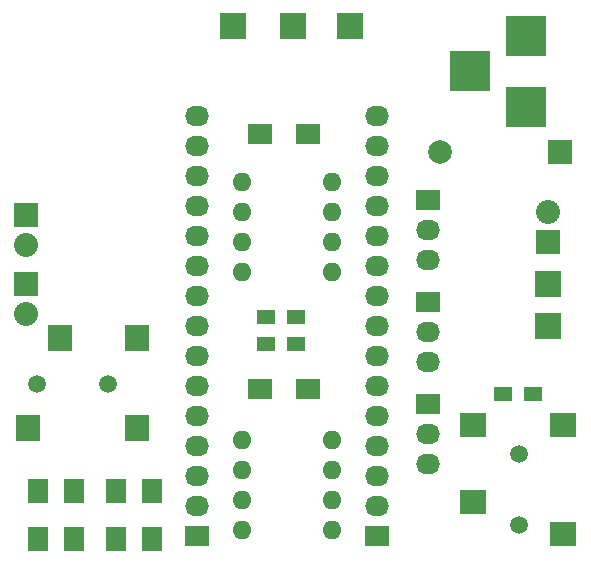
<source format=gts>
G04 #@! TF.FileFunction,Soldermask,Top*
%FSLAX46Y46*%
G04 Gerber Fmt 4.6, Leading zero omitted, Abs format (unit mm)*
G04 Created by KiCad (PCBNEW 4.0.4-stable) date 10/08/16 21:13:53*
%MOMM*%
%LPD*%
G01*
G04 APERTURE LIST*
%ADD10C,0.152400*%
%ADD11R,1.500000X1.250000*%
%ADD12C,1.998980*%
%ADD13R,1.998980X1.998980*%
%ADD14R,3.500120X3.500120*%
%ADD15R,2.032000X1.727200*%
%ADD16O,2.032000X1.727200*%
%ADD17R,2.032000X2.032000*%
%ADD18O,2.032000X2.032000*%
%ADD19R,2.235200X2.235200*%
%ADD20R,1.700000X2.000000*%
%ADD21R,2.000000X1.700000*%
%ADD22O,1.600000X1.600000*%
%ADD23R,2.000000X2.300000*%
%ADD24C,1.500000*%
%ADD25R,2.300000X2.000000*%
G04 APERTURE END LIST*
D10*
D11*
X156190000Y-99695000D03*
X153690000Y-99695000D03*
X136124000Y-93218000D03*
X133624000Y-93218000D03*
X136124000Y-95504000D03*
X133624000Y-95504000D03*
D12*
X148336000Y-79250540D03*
D13*
X158496000Y-79250540D03*
D14*
X155575000Y-75415140D03*
X155575000Y-69415660D03*
X150876000Y-72415400D03*
D15*
X147320000Y-91948000D03*
D16*
X147320000Y-94488000D03*
X147320000Y-97028000D03*
D15*
X147320000Y-100584000D03*
D16*
X147320000Y-103124000D03*
X147320000Y-105664000D03*
D15*
X147320000Y-83312000D03*
D16*
X147320000Y-85852000D03*
X147320000Y-88392000D03*
D17*
X113284000Y-84582000D03*
D18*
X113284000Y-87122000D03*
D17*
X113284000Y-90424000D03*
D18*
X113284000Y-92964000D03*
D19*
X157480000Y-90424000D03*
D17*
X157480000Y-86868000D03*
D18*
X157480000Y-84328000D03*
D20*
X120904000Y-107982000D03*
X120904000Y-111982000D03*
X117348000Y-107982000D03*
X117348000Y-111982000D03*
X114300000Y-107982000D03*
X114300000Y-111982000D03*
X123952000Y-107982000D03*
X123952000Y-111982000D03*
D21*
X137128000Y-99314000D03*
X133128000Y-99314000D03*
X137128000Y-77724000D03*
X133128000Y-77724000D03*
D19*
X130810000Y-68580000D03*
X135890000Y-68580000D03*
X140716000Y-68580000D03*
X157480000Y-93980000D03*
D22*
X131572000Y-103632000D03*
X131572000Y-106172000D03*
X131572000Y-108712000D03*
X131572000Y-111252000D03*
X139192000Y-111252000D03*
X139192000Y-108712000D03*
X139192000Y-106172000D03*
X139192000Y-103632000D03*
X131572000Y-81788000D03*
X131572000Y-84328000D03*
X131572000Y-86868000D03*
X131572000Y-89408000D03*
X139192000Y-89408000D03*
X139192000Y-86868000D03*
X139192000Y-84328000D03*
X139192000Y-81788000D03*
D15*
X127762000Y-111760000D03*
D16*
X127762000Y-109220000D03*
X127762000Y-106680000D03*
X127762000Y-104140000D03*
X127762000Y-101600000D03*
X127762000Y-99060000D03*
X127762000Y-96520000D03*
X127762000Y-93980000D03*
X127762000Y-91440000D03*
X127762000Y-88900000D03*
X127762000Y-86360000D03*
X127762000Y-83820000D03*
X127762000Y-81280000D03*
X127762000Y-78740000D03*
X127762000Y-76200000D03*
D15*
X143002000Y-111760000D03*
D16*
X143002000Y-109220000D03*
X143002000Y-106680000D03*
X143002000Y-104140000D03*
X143002000Y-101600000D03*
X143002000Y-99060000D03*
X143002000Y-96520000D03*
X143002000Y-93980000D03*
X143002000Y-91440000D03*
X143002000Y-88900000D03*
X143002000Y-86360000D03*
X143002000Y-83820000D03*
X143002000Y-81280000D03*
X143002000Y-78740000D03*
X143002000Y-76200000D03*
D23*
X122658000Y-94996000D03*
X113436000Y-102616000D03*
X122658000Y-102616000D03*
X116136000Y-94996000D03*
D24*
X114236000Y-98846000D03*
X120236000Y-98846000D03*
D25*
X151130000Y-102386000D03*
X158750000Y-111608000D03*
X158750000Y-102386000D03*
X151130000Y-108908000D03*
D24*
X154980000Y-110808000D03*
X154980000Y-104808000D03*
M02*

</source>
